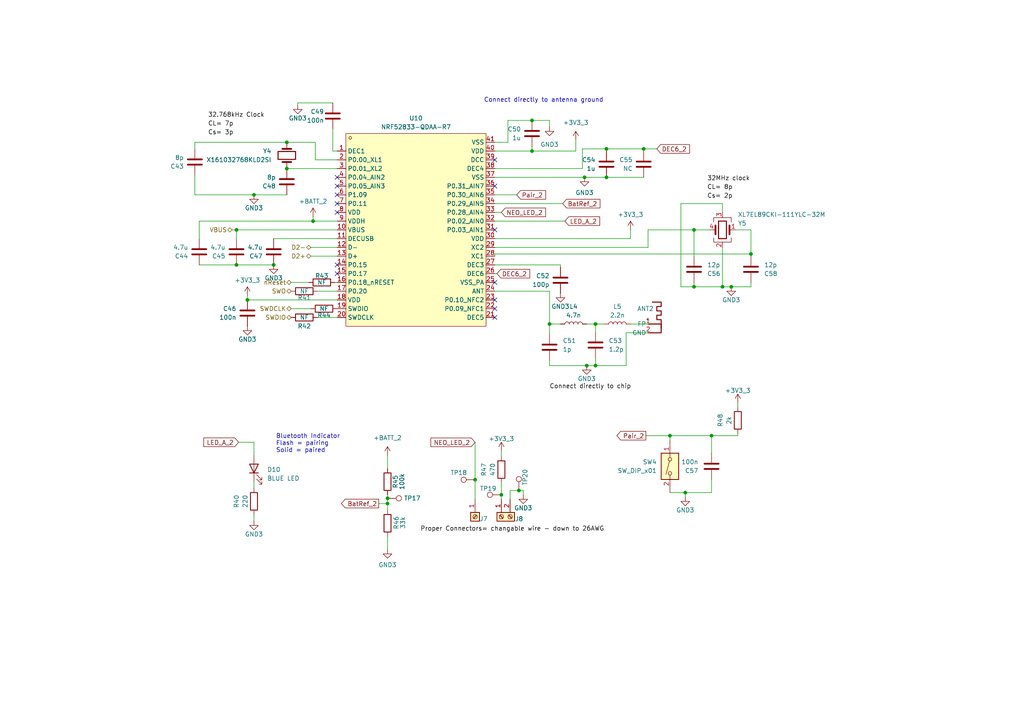
<source format=kicad_sch>
(kicad_sch (version 20231120) (generator "eeschema") (generator_version "8.0")
  (paper "A4")
  (title_block (title "BLEarrings V1") (date "2024-12-27") (rev "00.00") (company "DK"))
  (lib_symbols
    (symbol "Connector:Screw_Terminal_01x01" (pin_names (offset 1.016) hide)
      (property "Reference" "J" (at 0 2.54 0))
      (property "Value" "Screw_Terminal_01x01" (at 0 -2.54 0))
      (symbol "Screw_Terminal_01x01_1_1"
        (rectangle (start -1.27 1.27) (end 1.27 -1.27) (stroke (width 0.254)) (fill (type background)))
        (polyline (pts (xy -0.5334 0.3302) (xy 0.3302 -0.508)) (stroke (width 0.1524)))
        (polyline (pts (xy -0.3556 0.508) (xy 0.508 -0.3302)) (stroke (width 0.1524)))
        (circle (center 0 0) (radius 0.635) (stroke (width 0.1524)))
        (pin passive line (at -5.08 0 0) (length 3.81) (name "Pin_1") (number "1"))
      )
    )
    (symbol "Connector:Screw_Terminal_01x02" (pin_names (offset 1.016) hide)
      (property "Reference" "J" (at 0 2.54 0))
      (property "Value" "Screw_Terminal_01x02" (at 0 -5.08 0))
      (symbol "Screw_Terminal_01x02_1_1"
        (rectangle (start -1.27 1.27) (end 1.27 -3.81) (stroke (width 0.254)) (fill (type background)))
        (circle (center 0 -2.54) (radius 0.635) (stroke (width 0.1524)))
        (polyline (pts (xy -0.5334 -2.2098) (xy 0.3302 -3.048)) (stroke (width 0.1524)))
        (polyline (pts (xy -0.5334 0.3302) (xy 0.3302 -0.508)) (stroke (width 0.1524)))
        (polyline (pts (xy -0.3556 -2.032) (xy 0.508 -2.8702)) (stroke (width 0.1524)))
        (polyline (pts (xy -0.3556 0.508) (xy 0.508 -0.3302)) (stroke (width 0.1524)))
        (circle (center 0 0) (radius 0.635) (stroke (width 0.1524)))
        (pin passive line (at -5.08 0 0) (length 3.81) (name "Pin_1") (number "1"))
        (pin passive line (at -5.08 -2.54 0) (length 3.81) (name "Pin_2") (number "2"))
      )
    )
    (symbol "Connector:TestPoint" (pin_numbers hide) (pin_names (offset 0.762) hide)
      (property "Reference" "TP" (at 0 6.858 0))
      (property "Value" "TestPoint" (at 0 5.08 0))
      (symbol "TestPoint_0_1"
        (circle (center 0 3.302) (radius 0.762))
      )
      (symbol "TestPoint_1_1"
        (pin passive line (at 0 0 90) (length 2.54) (name "1") (number "1"))
      )
    )
    (symbol "CustomPWR:+3V3_3" (power) (pin_names (offset 0))
      (property "Value" "+3V3_3" (at 0 3.556 0))
      (symbol "+3V3_3_0_1"
        (polyline (pts (xy -0.762 1.27) (xy 0 2.54)))
        (polyline (pts (xy 0 0) (xy 0 2.54)))
        (polyline (pts (xy 0 2.54) (xy 0.762 1.27)))
      )
      (symbol "+3V3_3_1_1"
        (pin power_in line (at 0 0 90) (length 0) hide (name "+3V3_3") (number "1"))
      )
    )
    (symbol "CustomPWR:+BATT_2" (power) (pin_names (offset 0))
      (property "Value" "+BATT_2" (at 0 3.556 0))
      (symbol "+BATT_2_0_1"
        (polyline (pts (xy -0.762 1.27) (xy 0 2.54)))
        (polyline (pts (xy 0 0) (xy 0 2.54)))
        (polyline (pts (xy 0 2.54) (xy 0.762 1.27)))
      )
      (symbol "+BATT_2_1_1"
        (pin power_in line (at 0 0 90) (length 0) hide (name "+BATT_2") (number "1"))
      )
    )
    (symbol "CustomPads:2.4GHz,_50Ohm_Antenna"
      (property "Reference" "ANT" (at 0 2.286 0))
      (symbol "2.4GHz,_50Ohm_Antenna_1_1"
        (polyline (pts (xy 0 -3.81) (xy 3.81 -3.81) (xy 3.81 -1.27) (xy 0 -1.27)) (stroke (width 0.3)))
        (polyline (pts (xy 1.27 5.08) (xy 3.81 5.08) (xy 3.81 3.81) (xy 2.54 3.81) (xy 2.54 2.54) (xy 3.81 2.54) (xy 3.81 1.27) (xy 2.54 1.27) (xy 2.54 0) (xy 3.81 0) (xy 3.81 -2.54)) (stroke (width 0.3)))
        (pin input line (at 0 -1.27 180) (length 0) (name "FP") (number "1"))
        (pin input line (at 0 -3.81 180) (length 0) (name "GND") (number "2"))
      )
    )
    (symbol "Device:C" (pin_numbers hide) (pin_names (offset 0.254))
      (property "Reference" "C" (at 0.635 2.54 0))
      (property "Value" "C" (at 0.635 -2.54 0))
      (symbol "C_0_1"
        (polyline (pts (xy -2.032 -0.762) (xy 2.032 -0.762)) (stroke (width 0.508)))
        (polyline (pts (xy -2.032 0.762) (xy 2.032 0.762)) (stroke (width 0.508)))
      )
      (symbol "C_1_1"
        (pin passive line (at 0 3.81 270) (length 2.794) (name "~") (number "1"))
        (pin passive line (at 0 -3.81 90) (length 2.794) (name "~") (number "2"))
      )
    )
    (symbol "Device:Crystal" (pin_numbers hide) (pin_names (offset 1.016) hide)
      (property "Reference" "Y" (at 0 3.81 0))
      (property "Value" "Crystal" (at 0 -3.81 0))
      (symbol "Crystal_0_1"
        (rectangle (start -1.143 2.54) (end 1.143 -2.54) (stroke (width 0.3048)))
        (polyline (pts (xy -2.54 0) (xy -1.905 0)))
        (polyline (pts (xy -1.905 -1.27) (xy -1.905 1.27)) (stroke (width 0.508)))
        (polyline (pts (xy 1.905 -1.27) (xy 1.905 1.27)) (stroke (width 0.508)))
        (polyline (pts (xy 2.54 0) (xy 1.905 0)))
      )
      (symbol "Crystal_1_1"
        (pin passive line (at -3.81 0 0) (length 1.27) (name "1") (number "1"))
        (pin passive line (at 3.81 0 180) (length 1.27) (name "2") (number "2"))
      )
    )
    (symbol "Device:Crystal_GND23" (pin_names (offset 1.016) hide)
      (property "Reference" "Y" (at 3.175 5.08 0))
      (property "Value" "Crystal_GND23" (at 3.175 3.175 0))
      (symbol "Crystal_GND23_0_1"
        (rectangle (start -1.143 2.54) (end 1.143 -2.54) (stroke (width 0.3048)))
        (polyline (pts (xy -2.54 0) (xy -2.032 0)))
        (polyline (pts (xy -2.032 -1.27) (xy -2.032 1.27)) (stroke (width 0.508)))
        (polyline (pts (xy 0 -3.81) (xy 0 -3.556)))
        (polyline (pts (xy 0 3.556) (xy 0 3.81)))
        (polyline (pts (xy 2.032 -1.27) (xy 2.032 1.27)) (stroke (width 0.508)))
        (polyline (pts (xy 2.032 0) (xy 2.54 0)))
        (polyline (pts (xy -2.54 -2.286) (xy -2.54 -3.556) (xy 2.54 -3.556) (xy 2.54 -2.286)))
        (polyline (pts (xy -2.54 2.286) (xy -2.54 3.556) (xy 2.54 3.556) (xy 2.54 2.286)))
      )
      (symbol "Crystal_GND23_1_1"
        (pin passive line (at -3.81 0 0) (length 1.27) (name "1") (number "1"))
        (pin passive line (at 0 5.08 270) (length 1.27) (name "2") (number "2"))
        (pin passive line (at 0 -5.08 90) (length 1.27) (name "3") (number "3"))
        (pin passive line (at 3.81 0 180) (length 1.27) (name "4") (number "4"))
      )
    )
    (symbol "Device:L" (pin_numbers hide) (pin_names (offset 1.016) hide)
      (property "Reference" "L" (at -1.27 0 90))
      (property "Value" "L" (at 1.905 0 90))
      (symbol "L_0_1"
        (arc (start 0 -2.54) (mid 0.6323 -1.905) (end 0 -1.27))
        (arc (start 0 -1.27) (mid 0.6323 -0.635) (end 0 0))
        (arc (start 0 0) (mid 0.6323 0.635) (end 0 1.27))
        (arc (start 0 1.27) (mid 0.6323 1.905) (end 0 2.54))
      )
      (symbol "L_1_1"
        (pin passive line (at 0 3.81 270) (length 1.27) (name "1") (number "1"))
        (pin passive line (at 0 -3.81 90) (length 1.27) (name "2") (number "2"))
      )
    )
    (symbol "Device:LED" (pin_numbers hide) (pin_names (offset 1.016) hide)
      (property "Reference" "D" (at 0 2.54 0))
      (property "Value" "LED" (at 0 -2.54 0))
      (symbol "LED_0_1"
        (polyline (pts (xy -1.27 -1.27) (xy -1.27 1.27)) (stroke (width 0.254)))
        (polyline (pts (xy -1.27 0) (xy 1.27 0)))
        (polyline (pts (xy 1.27 -1.27) (xy 1.27 1.27) (xy -1.27 0) (xy 1.27 -1.27)) (stroke (width 0.254)))
        (polyline (pts (xy -3.048 -0.762) (xy -4.572 -2.286) (xy -3.81 -2.286) (xy -4.572 -2.286) (xy -4.572 -1.524)))
        (polyline (pts (xy -1.778 -0.762) (xy -3.302 -2.286) (xy -2.54 -2.286) (xy -3.302 -2.286) (xy -3.302 -1.524)))
      )
      (symbol "LED_1_1"
        (pin passive line (at -3.81 0 0) (length 2.54) (name "K") (number "1"))
        (pin passive line (at 3.81 0 180) (length 2.54) (name "A") (number "2"))
      )
    )
    (symbol "Device:R" (pin_numbers hide) (pin_names (offset 0))
      (property "Reference" "R" (at 2.032 0 90))
      (property "Value" "R" (at 0 0 90))
      (symbol "R_0_1"
        (rectangle (start -1.016 -2.54) (end 1.016 2.54) (stroke (width 0.254)))
      )
      (symbol "R_1_1"
        (pin passive line (at 0 3.81 270) (length 1.27) (name "~") (number "1"))
        (pin passive line (at 0 -3.81 90) (length 1.27) (name "~") (number "2"))
      )
    )
    (symbol "Switch:SW_DIP_x01" (pin_names (offset 0) hide)
      (property "Reference" "SW" (at 0 3.81 0))
      (property "Value" "SW_DIP_x01" (at 0 -3.81 0))
      (symbol "SW_DIP_x01_0_0"
        (circle (center -2.032 0) (radius 0.508))
        (polyline (pts (xy -1.524 0.127) (xy 2.3622 1.1684)))
        (circle (center 2.032 0) (radius 0.508))
      )
      (symbol "SW_DIP_x01_0_1"
        (rectangle (start -3.81 2.54) (end 3.81 -2.54) (stroke (width 0.254)) (fill (type background)))
      )
      (symbol "SW_DIP_x01_1_1"
        (pin passive line (at -7.62 0 0) (length 5.08) (name "~") (number "1"))
        (pin passive line (at 7.62 0 180) (length 5.08) (name "~") (number "2"))
      )
    )
    (symbol "easyeda2kicad:NRF52833-QDAA-R7"
      (property "Reference" "U" (at 0 30.48 0))
      (property "Value" "NRF52833-QDAA-R7" (at 0 -30.48 0))
      (symbol "NRF52833-QDAA-R7_0_1"
        (rectangle (start -20.32 27.94) (end 20.32 -27.94) (fill (type background)))
        (circle (center -19.05 26.67) (radius 0.38))
        (pin unspecified line (at -22.86 22.86 0) (length 2.54) (name "DEC1") (number "1"))
        (pin unspecified line (at -22.86 0 0) (length 2.54) (name "VBUS") (number "10"))
        (pin unspecified line (at -22.86 -2.54 0) (length 2.54) (name "DECUSB") (number "11"))
        (pin unspecified line (at -22.86 -5.08 0) (length 2.54) (name "D-") (number "12"))
        (pin unspecified line (at -22.86 -7.62 0) (length 2.54) (name "D+") (number "13"))
        (pin unspecified line (at -22.86 -10.16 0) (length 2.54) (name "P0.15") (number "14"))
        (pin unspecified line (at -22.86 -12.7 0) (length 2.54) (name "P0.17") (number "15"))
        (pin unspecified line (at -22.86 -15.24 0) (length 2.54) (name "P0.18_nRESET") (number "16"))
        (pin unspecified line (at -22.86 -17.78 0) (length 2.54) (name "P0.20") (number "17"))
        (pin unspecified line (at -22.86 -20.32 0) (length 2.54) (name "VDD") (number "18"))
        (pin unspecified line (at -22.86 -22.86 0) (length 2.54) (name "SWDIO") (number "19"))
        (pin unspecified line (at -22.86 20.32 0) (length 2.54) (name "P0.00_XL1") (number "2"))
        (pin unspecified line (at -22.86 -25.4 0) (length 2.54) (name "SWDCLK") (number "20"))
        (pin unspecified line (at 22.86 -25.4 180) (length 2.54) (name "DEC5") (number "21"))
        (pin unspecified line (at 22.86 -22.86 180) (length 2.54) (name "P0.09_NFC1") (number "22"))
        (pin unspecified line (at 22.86 -20.32 180) (length 2.54) (name "P0.10_NFC2") (number "23"))
        (pin unspecified line (at 22.86 -17.78 180) (length 2.54) (name "ANT") (number "24"))
        (pin unspecified line (at 22.86 -15.24 180) (length 2.54) (name "VSS_PA") (number "25"))
        (pin unspecified line (at 22.86 -12.7 180) (length 2.54) (name "DEC6") (number "26"))
        (pin unspecified line (at 22.86 -10.16 180) (length 2.54) (name "DEC3") (number "27"))
        (pin unspecified line (at 22.86 -7.62 180) (length 2.54) (name "XC1") (number "28"))
        (pin unspecified line (at 22.86 -5.08 180) (length 2.54) (name "XC2") (number "29"))
        (pin unspecified line (at -22.86 17.78 0) (length 2.54) (name "P0.01_XL2") (number "3"))
        (pin unspecified line (at 22.86 -2.54 180) (length 2.54) (name "VDD") (number "30"))
        (pin unspecified line (at 22.86 0 180) (length 2.54) (name "P0.03_AIN1") (number "31"))
        (pin unspecified line (at 22.86 2.54 180) (length 2.54) (name "P0.02_AIN0") (number "32"))
        (pin unspecified line (at 22.86 5.08 180) (length 2.54) (name "P0.28_AIN4") (number "33"))
        (pin unspecified line (at 22.86 7.62 180) (length 2.54) (name "P0.29_AIN5") (number "34"))
        (pin unspecified line (at 22.86 10.16 180) (length 2.54) (name "P0.30_AIN6") (number "35"))
        (pin unspecified line (at 22.86 12.7 180) (length 2.54) (name "P0.31_AIN7") (number "36"))
        (pin unspecified line (at 22.86 15.24 180) (length 2.54) (name "VSS") (number "37"))
        (pin unspecified line (at 22.86 17.78 180) (length 2.54) (name "DEC4") (number "38"))
        (pin unspecified line (at 22.86 20.32 180) (length 2.54) (name "DCC") (number "39"))
        (pin unspecified line (at -22.86 15.24 0) (length 2.54) (name "P0.04_AIN2") (number "4"))
        (pin unspecified line (at 22.86 22.86 180) (length 2.54) (name "VDD") (number "40"))
        (pin unspecified line (at 22.86 25.4 180) (length 2.54) (name "VSS") (number "41"))
        (pin unspecified line (at -22.86 12.7 0) (length 2.54) (name "P0.05_AIN3") (number "5"))
        (pin unspecified line (at -22.86 10.16 0) (length 2.54) (name "P1.09") (number "6"))
        (pin unspecified line (at -22.86 7.62 0) (length 2.54) (name "P0.11") (number "7"))
        (pin unspecified line (at -22.86 5.08 0) (length 2.54) (name "VDD") (number "8"))
        (pin unspecified line (at -22.86 2.54 0) (length 2.54) (name "VDDH") (number "9"))
      )
    )
    (symbol "power:GND3" (power) (pin_names (offset 0))
      (property "Value" "GND3" (at 0 -3.81 0))
      (symbol "GND3_0_1"
        (polyline (pts (xy 0 0) (xy 0 -1.27) (xy 1.27 -1.27) (xy 0 -2.54) (xy -1.27 -1.27) (xy 0 -1.27)))
      )
      (symbol "GND3_1_1"
        (pin power_in line (at 0 0 270) (length 0) hide (name "GND3") (number "1"))
      )
    )
  )
  (junction (at 83.185 41.275))
  (junction (at 186.69 43.18))
  (junction (at 172.72 93.98))
  (junction (at 73.66 56.515))
  (junction (at 172.72 106.045))
  (junction (at 212.09 83.185))
  (junction (at 154.305 34.925))
  (junction (at 217.805 73.66))
  (junction (at 71.755 86.995))
  (junction (at 68.58 76.835))
  (junction (at 112.395 144.526))
  (junction (at 150.495 142.2654))
  (junction (at 175.895 51.435))
  (junction (at 206.375 126.365))
  (junction (at 209.55 83.185))
  (junction (at 175.895 43.18))
  (junction (at 90.805 64.135))
  (junction (at 194.31 126.365))
  (junction (at 198.755 142.875))
  (junction (at 137.795 139.1412))
  (junction (at 112.395 146.05))
  (junction (at 154.305 43.815))
  (junction (at 159.385 93.98))
  (junction (at 169.545 51.435))
  (junction (at 170.18 106.045))
  (junction (at 201.295 66.675))
  (junction (at 145.415 143.51))
  (junction (at 79.375 76.835))
  (junction (at 83.185 48.895))
  (junction (at 68.58 66.675))
  (junction (at 201.295 83.185))
  (no_connect (at 97.79 53.975))
  (no_connect (at 97.79 76.835))
  (no_connect (at 143.51 89.535))
  (no_connect (at 97.79 61.595))
  (no_connect (at 97.79 59.055))
  (no_connect (at 143.51 86.995))
  (no_connect (at 143.51 66.675))
  (no_connect (at 143.51 53.975))
  (no_connect (at 97.79 79.375))
  (no_connect (at 97.79 56.515))
  (no_connect (at 143.51 92.075))
  (no_connect (at 97.79 51.435))
  (no_connect (at 143.51 46.355))
  (no_connect (at 143.51 81.915))
  (wire (pts (xy 213.36 66.675) (xy 217.805 66.675)))
  (wire (pts (xy 84.455 81.915) (xy 89.535 81.915)))
  (wire (pts (xy 90.17 74.295) (xy 97.79 74.295)))
  (wire (pts (xy 201.295 66.675) (xy 201.295 74.295)))
  (wire (pts (xy 172.72 93.98) (xy 175.26 93.98)))
  (wire (pts (xy 217.805 73.66) (xy 217.805 66.675)))
  (wire (pts (xy 154.305 43.815) (xy 154.305 42.545)))
  (wire (pts (xy 92.075 84.455) (xy 97.79 84.455)))
  (wire (pts (xy 143.51 79.375) (xy 144.145 79.375)))
  (wire (pts (xy 175.895 43.18) (xy 186.69 43.18)))
  (wire (pts (xy 145.415 61.595) (xy 143.51 61.595)))
  (wire (pts (xy 56.515 41.275) (xy 56.515 43.18)))
  (wire (pts (xy 182.88 66.675) (xy 182.88 69.215)))
  (wire (pts (xy 84.455 89.535) (xy 90.17 89.535)))
  (wire (pts (xy 154.305 34.925) (xy 147.32 34.925)))
  (wire (pts (xy 159.385 106.045) (xy 170.18 106.045)))
  (wire (pts (xy 96.52 43.815) (xy 97.79 43.815)))
  (wire (pts (xy 213.995 125.73) (xy 213.995 126.365)))
  (wire (pts (xy 182.88 93.98) (xy 187.96 93.98)))
  (wire (pts (xy 91.44 41.275) (xy 83.185 41.275)))
  (wire (pts (xy 97.79 66.675) (xy 68.58 66.675)))
  (wire (pts (xy 186.69 43.18) (xy 190.5 43.18)))
  (wire (pts (xy 91.44 41.275) (xy 91.44 46.355)))
  (wire (pts (xy 162.56 76.835) (xy 162.56 77.47)))
  (wire (pts (xy 57.785 64.135) (xy 90.805 64.135)))
  (wire (pts (xy 206.375 142.875) (xy 198.755 142.875)))
  (wire (pts (xy 112.395 144.526) (xy 112.395 146.05)))
  (wire (pts (xy 79.375 69.215) (xy 97.79 69.215)))
  (wire (pts (xy 187.325 126.365) (xy 194.31 126.365)))
  (wire (pts (xy 162.56 76.835) (xy 143.51 76.835)))
  (wire (pts (xy 71.755 86.995) (xy 71.755 85.725)))
  (wire (pts (xy 206.375 139.065) (xy 206.375 142.875)))
  (wire (pts (xy 112.395 143.51) (xy 112.395 144.526)))
  (wire (pts (xy 159.385 34.925) (xy 154.305 34.925)))
  (wire (pts (xy 145.415 130.81) (xy 145.415 132.3848)))
  (wire (pts (xy 57.785 69.215) (xy 57.785 64.135)))
  (wire (pts (xy 217.805 83.185) (xy 217.805 81.915)))
  (wire (pts (xy 167.005 40.64) (xy 167.005 43.815)))
  (wire (pts (xy 197.485 83.185) (xy 201.295 83.185)))
  (wire (pts (xy 212.09 83.185) (xy 217.805 83.185)))
  (wire (pts (xy 56.515 41.275) (xy 83.185 41.275)))
  (wire (pts (xy 90.805 62.865) (xy 90.805 64.135)))
  (wire (pts (xy 212.09 83.185) (xy 209.55 83.185)))
  (wire (pts (xy 137.795 139.1412) (xy 137.795 144.8054)))
  (wire (pts (xy 73.66 139.7) (xy 73.66 141.605)))
  (wire (pts (xy 198.755 142.875) (xy 198.755 144.145)))
  (wire (pts (xy 159.385 36.83) (xy 159.385 34.925)))
  (wire (pts (xy 167.005 43.815) (xy 154.305 43.815)))
  (wire (pts (xy 213.995 116.84) (xy 213.995 118.11)))
  (wire (pts (xy 112.395 132.08) (xy 112.395 135.89)))
  (wire (pts (xy 83.185 56.515) (xy 73.66 56.515)))
  (wire (pts (xy 197.485 59.055) (xy 197.485 83.185)))
  (wire (pts (xy 181.61 96.52) (xy 187.96 96.52)))
  (wire (pts (xy 57.785 76.835) (xy 68.58 76.835)))
  (wire (pts (xy 109.855 146.05) (xy 112.395 146.05)))
  (wire (pts (xy 159.385 84.455) (xy 159.385 93.98)))
  (wire (pts (xy 209.55 59.055) (xy 197.485 59.055)))
  (wire (pts (xy 143.51 56.515) (xy 149.86 56.515)))
  (wire (pts (xy 143.51 51.435) (xy 169.545 51.435)))
  (wire (pts (xy 69.215 128.27) (xy 73.66 128.27)))
  (wire (pts (xy 175.895 43.815) (xy 175.895 43.18)))
  (wire (pts (xy 187.96 66.675) (xy 187.96 71.755)))
  (wire (pts (xy 169.545 51.435) (xy 175.895 51.435)))
  (wire (pts (xy 198.755 142.875) (xy 194.31 142.875)))
  (wire (pts (xy 145.415 143.51) (xy 145.415 144.8054)))
  (wire (pts (xy 90.805 64.135) (xy 97.79 64.135)))
  (wire (pts (xy 209.55 71.755) (xy 209.55 83.185)))
  (wire (pts (xy 159.385 93.98) (xy 162.56 93.98)))
  (wire (pts (xy 159.385 93.98) (xy 159.385 96.901)))
  (wire (pts (xy 83.185 48.895) (xy 97.79 48.895)))
  (wire (pts (xy 86.36 29.845) (xy 96.52 29.845)))
  (wire (pts (xy 186.69 43.18) (xy 186.69 43.815)))
  (wire (pts (xy 67.31 66.675) (xy 68.58 66.675)))
  (wire (pts (xy 170.18 106.045) (xy 172.72 106.045)))
  (wire (pts (xy 187.96 71.755) (xy 143.51 71.755)))
  (wire (pts (xy 187.96 66.675) (xy 201.295 66.675)))
  (wire (pts (xy 143.51 84.455) (xy 159.385 84.455)))
  (wire (pts (xy 175.895 51.435) (xy 186.69 51.435)))
  (wire (pts (xy 71.755 86.995) (xy 97.79 86.995)))
  (wire (pts (xy 217.805 73.66) (xy 217.805 74.295)))
  (wire (pts (xy 143.51 73.66) (xy 217.805 73.66)))
  (wire (pts (xy 206.375 126.365) (xy 213.995 126.365)))
  (wire (pts (xy 201.295 81.915) (xy 201.295 83.185)))
  (wire (pts (xy 91.44 46.355) (xy 97.79 46.355)))
  (wire (pts (xy 143.51 48.895) (xy 168.91 48.895)))
  (wire (pts (xy 168.91 43.18) (xy 168.91 48.895)))
  (wire (pts (xy 68.58 66.675) (xy 68.58 69.215)))
  (wire (pts (xy 143.51 43.815) (xy 154.305 43.815)))
  (wire (pts (xy 145.415 140.0048) (xy 145.415 143.51)))
  (wire (pts (xy 73.66 149.225) (xy 73.66 151.13)))
  (wire (pts (xy 56.515 56.515) (xy 56.515 50.8)))
  (wire (pts (xy 172.72 93.98) (xy 172.72 96.266)))
  (wire (pts (xy 143.51 59.055) (xy 163.195 59.055)))
  (wire (pts (xy 147.32 34.925) (xy 147.32 41.275)))
  (wire (pts (xy 194.31 127.635) (xy 194.31 126.365)))
  (wire (pts (xy 150.495 142.2654) (xy 151.765 142.2654)))
  (wire (pts (xy 68.58 76.835) (xy 79.375 76.835)))
  (wire (pts (xy 147.955 144.8054) (xy 147.955 142.2654)))
  (wire (pts (xy 96.52 43.815) (xy 96.52 37.465)))
  (wire (pts (xy 97.155 81.915) (xy 97.79 81.915)))
  (wire (pts (xy 112.395 155.575) (xy 112.395 159.385)))
  (wire (pts (xy 147.955 142.2654) (xy 150.495 142.2654)))
  (wire (pts (xy 172.72 103.886) (xy 172.72 106.045)))
  (wire (pts (xy 137.795 128.2954) (xy 137.795 139.1412)))
  (wire (pts (xy 206.375 131.445) (xy 206.375 126.365)))
  (wire (pts (xy 73.66 128.27) (xy 73.66 132.08)))
  (wire (pts (xy 201.295 83.185) (xy 209.55 83.185)))
  (wire (pts (xy 201.295 66.675) (xy 205.74 66.675)))
  (wire (pts (xy 181.61 106.045) (xy 172.72 106.045)))
  (wire (pts (xy 209.55 61.595) (xy 209.55 59.055)))
  (wire (pts (xy 170.18 93.98) (xy 172.72 93.98)))
  (wire (pts (xy 90.17 71.755) (xy 97.79 71.755)))
  (wire (pts (xy 159.385 104.521) (xy 159.385 106.045)))
  (wire (pts (xy 143.51 73.66) (xy 143.51 74.295)))
  (wire (pts (xy 151.765 142.2654) (xy 151.765 143.5354)))
  (wire (pts (xy 92.075 92.075) (xy 97.79 92.075)))
  (wire (pts (xy 163.83 64.135) (xy 143.51 64.135)))
  (wire (pts (xy 175.895 43.18) (xy 168.91 43.18)))
  (wire (pts (xy 194.31 126.365) (xy 206.375 126.365)))
  (wire (pts (xy 143.51 69.215) (xy 182.88 69.215)))
  (wire (pts (xy 112.395 146.05) (xy 112.395 147.955)))
  (wire (pts (xy 86.36 30.48) (xy 86.36 29.845)))
  (wire (pts (xy 73.66 56.515) (xy 56.515 56.515)))
  (wire (pts (xy 181.61 96.52) (xy 181.61 106.045)))
  (wire (pts (xy 147.32 41.275) (xy 143.51 41.275)))
  (text "Connect directly to antenna ground" (at 140.335 29.845 0) (effects (font (size 1.27 1.27)) (justify left bottom)))
  (text "Bluetooth Indicator\nFlash = pairing\nSolid = paired" (at 80.01 131.445 0) (effects (font (size 1.27 1.27)) (justify left bottom)))
  (label "32MHz clock" (at 205.105 52.705 0))
  (label "Connect directly to chip" (at 159.385 113.03 0))
  (label "Cs= 3p" (at 60.325 39.37 0))
  (label "Cs= 2p" (at 205.105 57.785 0))
  (label "32.768kHz Clock" (at 60.325 34.29 0))
  (label "CL= 8p" (at 205.105 55.245 0))
  (label "CL= 7p" (at 60.325 36.83 0))
  (label "Proper Connectors= changable wire - down to 26AWG" (at 121.92 154.3304 0))
  (global_label "NEO_LED_2" (shape input) (at 137.795 128.2954 180) (property "Intersheetrefs" "${INTERSHEET_REFS}" (effects (hide yes))))
  (global_label "BatRef_2" (shape output) (at 109.855 146.05 180) (property "Intersheetrefs" "${INTERSHEET_REFS}" (effects (hide yes))))
  (global_label "NEO_LED_2" (shape input) (at 145.415 61.595 0) (property "Intersheetrefs" "${INTERSHEET_REFS}" (effects (hide yes))))
  (global_label "LED_A_2" (shape input) (at 69.215 128.27 180) (property "Intersheetrefs" "${INTERSHEET_REFS}" (effects (hide yes))))
  (global_label "DEC6_2" (shape input) (at 144.145 79.375 0) (property "Intersheetrefs" "${INTERSHEET_REFS}" (effects (hide yes))))
  (global_label "DEC6_2" (shape input) (at 190.5 43.18 0) (property "Intersheetrefs" "${INTERSHEET_REFS}" (effects (hide yes))))
  (global_label "LED_A_2" (shape input) (at 163.83 64.135 0) (property "Intersheetrefs" "${INTERSHEET_REFS}" (effects (hide yes))))
  (global_label "Pair_2" (shape input) (at 149.86 56.515 0) (property "Intersheetrefs" "${INTERSHEET_REFS}" (effects (hide yes))))
  (global_label "Pair_2" (shape output) (at 187.325 126.365 180) (property "Intersheetrefs" "${INTERSHEET_REFS}" (effects (hide yes))))
  (global_label "BatRef_2" (shape input) (at 163.195 59.055 0) (property "Intersheetrefs" "${INTERSHEET_REFS}" (effects (hide yes))))
  (hierarchical_label "SWDCLK" (shape bidirectional) (at 84.455 89.535 180))
  (hierarchical_label "SWDIO" (shape bidirectional) (at 84.455 92.075 180))
  (hierarchical_label "D2+" (shape bidirectional) (at 90.17 74.295 180))
  (hierarchical_label "VBUS" (shape bidirectional) (at 67.31 66.675 180))
  (hierarchical_label "nReset" (shape bidirectional) (at 84.455 81.915 180))
  (hierarchical_label "SWO" (shape bidirectional) (at 84.455 84.455 180))
  (hierarchical_label "D2-" (shape bidirectional) (at 90.17 71.755 180))
  (symbol (lib_id "Switch:SW_DIP_x01") (at 194.31 135.255 90) (mirror x) (unit 1)
    (property "Reference" "SW4" (at 190.5 133.985 90) (effects (justify left)))
    (property "Value" "SW_DIP_x01" (at 190.5 136.525 90) (effects (justify left)))
    (property "Footprint" "easyeda2kicad:KEY-SMD_L3.0-W2.5-LS4.0" (effects (hide yes)))
    (property "LCSC Part" "C2905194" (effects (hide yes)))
    (instances (project "Combine" (path "" (reference "SW4") (unit 1))) (project "BLEEarrings" (path "" (reference "SW2") (unit 1))))
  )
  (symbol (lib_id "Device:C") (at 79.375 73.025 180) (unit 1)
    (property "Reference" "C47" (at 76.2 74.295 0) (effects (justify left)))
    (property "Value" "4.7u" (at 76.2 71.755 0) (effects (justify left)))
    (property "Footprint" "Capacitor_SMD:C_0402_1005Metric_Pad0.74x0.62mm_HandSolder" (effects (hide yes)))
    (property "LCSC Part" "C307423" (effects (hide yes)))
    (instances (project "Combine" (path "" (reference "C47") (unit 1))) (project "BLEEarrings" (path "" (reference "C9") (unit 1))))
  )
  (symbol (lib_id "CustomPWR:+BATT_2") (at 112.395 132.08 0) (unit 1)
    (property "Reference" "#PWR0148" (effects (hide yes)))
    (property "Value" "+BATT_2" (at 112.395 127 0))
    (instances (project "Combine" (path "" (reference "#PWR0148") (unit 1))) (project "BLEEarrings" (path "" (reference "#PWR026") (unit 1))))
  )
  (symbol (lib_id "Device:R") (at 88.265 84.455 270) (unit 1)
    (property "Reference" "R41" (at 88.265 86.36 90))
    (property "Value" "NF" (at 88.265 84.455 90))
    (property "Footprint" "Resistor_SMD:R_0201_0603Metric" (effects (hide yes)))
    (property "LCSC Part" "N/A" (effects (hide yes)))
    (instances (project "Combine" (path "" (reference "R41") (unit 1))) (project "BLEEarrings" (path "" (reference "R6") (unit 1))))
  )
  (symbol (lib_id "power:GND3") (at 71.755 94.615 0) (unit 1)
    (property "Reference" "#PWR0146" (effects (hide yes)))
    (property "Value" "GND3" (at 71.755 98.425 0))
    (instances (project "Combine" (path "" (reference "#PWR0146") (unit 1))) (project "BLEEarrings" (path "" (reference "#PWR?") (unit 1))))
  )
  (symbol (lib_id "Device:C") (at 57.785 73.025 180) (unit 1)
    (property "Reference" "C44" (at 54.61 74.295 0) (effects (justify left)))
    (property "Value" "4.7u" (at 54.61 71.755 0) (effects (justify left)))
    (property "Footprint" "Capacitor_SMD:C_0402_1005Metric_Pad0.74x0.62mm_HandSolder" (effects (hide yes)))
    (property "LCSC Part" "C307423" (effects (hide yes)))
    (instances (project "Combine" (path "" (reference "C44") (unit 1))) (project "BLEEarrings" (path "" (reference "C12") (unit 1))))
  )
  (symbol (lib_id "Device:R") (at 93.345 81.915 90) (unit 1)
    (property "Reference" "R43" (at 93.345 80.01 90))
    (property "Value" "NF" (at 93.345 81.915 90))
    (property "Footprint" "Resistor_SMD:R_0201_0603Metric" (effects (hide yes)))
    (property "LCSC Part" "N/A" (effects (hide yes)))
    (instances (project "Combine" (path "" (reference "R43") (unit 1))) (project "BLEEarrings" (path "" (reference "R5") (unit 1))))
  )
  (symbol (lib_id "power:GND3") (at 151.765 143.5354 0) (unit 1)
    (property "Reference" "#PWR0150" (effects (hide yes)))
    (property "Value" "GND3" (at 151.765 147.3454 0))
    (instances (project "Combine" (path "" (reference "#PWR0150") (unit 1))) (project "BLEEarrings" (path "" (reference "#PWR?") (unit 1))))
  )
  (symbol (lib_id "power:GND3") (at 112.395 159.385 0) (unit 1)
    (property "Reference" "#PWR0149" (effects (hide yes)))
    (property "Value" "GND3" (at 112.395 163.83 0))
    (instances (project "Combine" (path "" (reference "#PWR0149") (unit 1))) (project "BLEEarrings" (path "" (reference "#PWR?") (unit 1))))
  )
  (symbol (lib_id "CustomPWR:+3V3_3") (at 213.995 116.84 0) (unit 1)
    (property "Reference" "#PWR0147" (effects (hide yes)))
    (property "Value" "+3V3_3" (at 213.995 113.284 0))
    (instances (project "Combine" (path "" (reference "#PWR0147") (unit 1))) (project "BLEEarrings" (path "" (reference "#PWR014") (unit 1))))
  )
  (symbol (lib_id "Device:R") (at 145.415 136.1948 180) (unit 1)
    (property "Reference" "R47" (at 140.335 136.1948 90))
    (property "Value" "470" (at 142.875 136.1948 90))
    (property "Footprint" "Resistor_SMD:R_0402_1005Metric_Pad0.72x0.64mm_HandSolder" (effects (hide yes)))
    (property "LCSC Part" "C114949 " (effects (hide yes)))
    (instances (project "Combine" (path "" (reference "R47") (unit 1))) (project "BLEEarrings" (path "" (reference "R9") (unit 1))))
  )
  (symbol (lib_id "Device:C") (at 68.58 73.025 180) (unit 1)
    (property "Reference" "C45" (at 65.405 74.295 0) (effects (justify left)))
    (property "Value" "4.7u" (at 65.405 71.755 0) (effects (justify left)))
    (property "Footprint" "Capacitor_SMD:C_0402_1005Metric_Pad0.74x0.62mm_HandSolder" (effects (hide yes)))
    (property "LCSC Part" "C307423" (effects (hide yes)))
    (instances (project "Combine" (path "" (reference "C45") (unit 1))) (project "BLEEarrings" (path "" (reference "C10") (unit 1))))
  )
  (symbol (lib_id "Connector:Screw_Terminal_01x02") (at 145.415 149.8854 90) (mirror x) (unit 1)
    (property "Reference" "J8" (at 151.765 150.495 90) (effects (justify left)))
    (property "Value" "Screw_Terminal_01x02" (effects (hide yes)))
    (property "Footprint" "easyeda2kicad:CONN-SMD_2059-302" (effects (hide yes)))
    (property "LCSC Part" "C2765060" (effects (hide yes)))
    (instances (project "Combine" (path "" (reference "J8") (unit 1))) (project "BLEEarrings" (path "" (reference "J2") (unit 1))))
  )
  (symbol (lib_id "power:GND3") (at 170.18 106.045 0) (unit 1)
    (property "Reference" "#PWR0139" (effects (hide yes)))
    (property "Value" "GND3" (at 170.18 109.855 0))
    (instances (project "Combine" (path "" (reference "#PWR0139") (unit 1))) (project "BLEEarrings" (path "" (reference "#PWR?") (unit 1))))
  )
  (symbol (lib_id "Device:C") (at 71.755 90.805 0) (unit 1)
    (property "Reference" "C46" (at 68.58 89.535 0) (effects (justify right)))
    (property "Value" "100n" (at 68.58 92.075 0) (effects (justify right)))
    (property "Footprint" "Capacitor_SMD:C_0402_1005Metric_Pad0.74x0.62mm_HandSolder" (effects (hide yes)))
    (property "LCSC Part" "C60474" (effects (hide yes)))
    (instances (project "Combine" (path "" (reference "C46") (unit 1))) (project "BLEEarrings" (path "" (reference "C6") (unit 1))))
  )
  (symbol (lib_id "power:GND3") (at 79.375 76.835 0) (unit 1)
    (property "Reference" "#PWR0133" (effects (hide yes)))
    (property "Value" "GND3" (at 79.375 80.645 0))
    (instances (project "Combine" (path "" (reference "#PWR0133") (unit 1))) (project "BLEEarrings" (path "" (reference "#PWR?") (unit 1))))
  )
  (symbol (lib_id "power:GND3") (at 198.755 144.145 0) (unit 1)
    (property "Reference" "#PWR0141" (effects (hide yes)))
    (property "Value" "GND3" (at 198.755 147.955 0))
    (instances (project "Combine" (path "" (reference "#PWR0141") (unit 1))) (project "BLEEarrings" (path "" (reference "#PWR?") (unit 1))))
  )
  (symbol (lib_id "Device:L") (at 179.07 93.98 90) (unit 1)
    (property "Reference" "L5" (at 179.07 88.9 90))
    (property "Value" "2.2n" (at 179.07 91.44 90))
    (property "Footprint" "Inductor_SMD:L_0402_1005Metric_Pad0.77x0.64mm_HandSolder" (effects (hide yes)))
    (property "LCSC Part" "C395061 " (effects (hide yes)))
    (instances (project "Combine" (path "" (reference "L5") (unit 1))) (project "BLEEarrings" (path "" (reference "L2") (unit 1))))
  )
  (symbol (lib_id "power:GND3") (at 169.545 51.435 0) (unit 1)
    (property "Reference" "#PWR0136" (effects (hide yes)))
    (property "Value" "GND3" (at 169.545 55.88 0))
    (instances (project "Combine" (path "" (reference "#PWR0136") (unit 1))) (project "BLEEarrings" (path "" (reference "#PWR?") (unit 1))))
  )
  (symbol (lib_id "power:GND3") (at 212.09 83.185 0) (mirror y) (unit 1)
    (property "Reference" "#PWR0142" (effects (hide yes)))
    (property "Value" "GND3" (at 212.09 86.995 0))
    (instances (project "Combine" (path "" (reference "#PWR0142") (unit 1))) (project "BLEEarrings" (path "" (reference "#PWR?") (unit 1))))
  )
  (symbol (lib_id "CustomPads:2.4GHz,_50Ohm_Antenna") (at 187.96 92.71 0) (unit 1)
    (property "Reference" "ANT2" (at 184.785 89.535 0) (effects (justify left)))
    (property "Value" "~" (at 187.96 92.71 0))
    (property "Footprint" "RF_Antenna:Texas_SWRA117D_2.4GHz_Left" (effects (hide yes)))
    (property "LCSC Part" "N/A" (effects (hide yes)))
    (instances (project "Combine" (path "" (reference "ANT2") (unit 1))) (project "BLEEarrings" (path "" (reference "ANT1") (unit 1))))
  )
  (symbol (lib_id "CustomPWR:+3V3_3") (at 71.755 85.725 0) (unit 1)
    (property "Reference" "#PWR0152" (effects (hide yes)))
    (property "Value" "+3V3_3" (at 71.755 81.28 0))
    (instances (project "Combine" (path "" (reference "#PWR0152") (unit 1))) (project "BLEEarrings" (path "" (reference "#PWR07") (unit 1))))
  )
  (symbol (lib_id "Device:C") (at 154.305 38.735 0) (unit 1)
    (property "Reference" "C50" (at 151.13 37.465 0) (effects (justify right)))
    (property "Value" "1u" (at 151.13 40.005 0) (effects (justify right)))
    (property "Footprint" "Capacitor_SMD:C_0402_1005Metric_Pad0.74x0.62mm_HandSolder" (effects (hide yes)))
    (property "LCSC Part" "C14445" (effects (hide yes)))
    (instances (project "Combine" (path "" (reference "C50") (unit 1))) (project "BLEEarrings" (path "" (reference "C1") (unit 1))))
  )
  (symbol (lib_id "Device:C") (at 162.56 81.28 0) (unit 1)
    (property "Reference" "C52" (at 159.385 80.01 0) (effects (justify right)))
    (property "Value" "100p" (at 159.385 82.55 0) (effects (justify right)))
    (property "Footprint" "Capacitor_SMD:C_0402_1005Metric_Pad0.74x0.62mm_HandSolder" (effects (hide yes)))
    (property "LCSC Part" "C5137573" (effects (hide yes)))
    (instances (project "Combine" (path "" (reference "C52") (unit 1))) (project "BLEEarrings" (path "" (reference "C11") (unit 1))))
  )
  (symbol (lib_id "easyeda2kicad:NRF52833-QDAA-R7") (at 120.65 66.675 0) (unit 1)
    (property "Reference" "U10" (at 120.65 34.29 0))
    (property "Value" "NRF52833-QDAA-R7" (at 120.65 36.83 0))
    (property "Footprint" "easyeda2kicad:QFN-40_L5.0-W5.0-P0.40-TL-EP3.6" (effects (hide yes)))
    (property "LCSC Part" "C3007767" (effects (hide yes)))
    (instances (project "Combine" (path "" (reference "U10") (unit 1))) (project "BLEEarrings" (path "" (reference "U3") (unit 1))))
  )
  (symbol (lib_id "Device:C") (at 201.295 78.105 0) (mirror x) (unit 1)
    (property "Reference" "C56" (at 205.105 79.375 0) (effects (justify left)))
    (property "Value" "12p" (at 205.105 76.835 0) (effects (justify left)))
    (property "Footprint" "Capacitor_SMD:C_0402_1005Metric_Pad0.74x0.62mm_HandSolder" (effects (hide yes)))
    (property "LCSC Part" "C696888 " (effects (hide yes)))
    (instances (project "Combine" (path "" (reference "C56") (unit 1))) (project "BLEEarrings" (path "" (reference "C4") (unit 1))))
  )
  (symbol (lib_id "Device:R") (at 112.395 139.7 180) (unit 1)
    (property "Reference" "R45" (at 114.681 139.7 90))
    (property "Value" "100k" (at 116.586 139.7 90))
    (property "Footprint" "Resistor_SMD:R_0402_1005Metric_Pad0.72x0.64mm_HandSolder" (effects (hide yes)))
    (property "LCSC Part" "C60491" (effects (hide yes)))
    (instances (project "Combine" (path "" (reference "R45") (unit 1))) (project "BLEEarrings" (path "" (reference "R13") (unit 1))))
  )
  (symbol (lib_id "Device:C") (at 186.69 47.625 0) (unit 1)
    (property "Reference" "C55" (at 183.515 46.355 0) (effects (justify right)))
    (property "Value" "NC" (at 183.515 48.895 0) (effects (justify right)))
    (property "Footprint" "Capacitor_SMD:C_0402_1005Metric_Pad0.74x0.62mm_HandSolder" (effects (hide yes)))
    (property "LCSC Part" "N/A" (effects (hide yes)))
    (instances (project "Combine" (path "" (reference "C55") (unit 1))) (project "BLEEarrings" (path "" (reference "C17") (unit 1))))
  )
  (symbol (lib_id "CustomPWR:+BATT_2") (at 90.805 62.865 0) (unit 1)
    (property "Reference" "#PWR0143" (effects (hide yes)))
    (property "Value" "+BATT_2" (at 90.805 58.42 0))
    (instances (project "Combine" (path "" (reference "#PWR0143") (unit 1))) (project "BLEEarrings" (path "" (reference "#PWR05") (unit 1))))
  )
  (symbol (lib_id "CustomPWR:+3V3_3") (at 167.005 40.64 0) (unit 1)
    (property "Reference" "#PWR0134" (effects (hide yes)))
    (property "Value" "+3V3_3" (at 167.005 35.56 0))
    (instances (project "Combine" (path "" (reference "#PWR0134") (unit 1))) (project "BLEEarrings" (path "" (reference "#PWR017") (unit 1))))
  )
  (symbol (lib_id "Device:C") (at 83.185 52.705 180) (unit 1)
    (property "Reference" "C48" (at 80.01 53.975 0) (effects (justify left)))
    (property "Value" "8p" (at 80.01 51.435 0) (effects (justify left)))
    (property "Footprint" "Capacitor_SMD:C_0402_1005Metric_Pad0.74x0.62mm_HandSolder" (effects (hide yes)))
    (property "LCSC Part" "C5448809" (effects (hide yes)))
    (instances (project "Combine" (path "" (reference "C48") (unit 1))) (project "BLEEarrings" (path "" (reference "C15") (unit 1))))
  )
  (symbol (lib_id "CustomPWR:+3V3_3") (at 182.88 66.675 0) (unit 1)
    (property "Reference" "#PWR0140" (effects (hide yes)))
    (property "Value" "+3V3_3" (at 182.88 62.23 0))
    (instances (project "Combine" (path "" (reference "#PWR0140") (unit 1))) (project "BLEEarrings" (path "" (reference "#PWR019") (unit 1))))
  )
  (symbol (lib_id "Device:C") (at 96.52 33.655 0) (unit 1)
    (property "Reference" "C49" (at 93.98 32.385 0) (effects (justify right)))
    (property "Value" "100n" (at 93.98 34.925 0) (effects (justify right)))
    (property "Footprint" "Capacitor_SMD:C_0402_1005Metric_Pad0.74x0.62mm_HandSolder" (effects (hide yes)))
    (property "LCSC Part" "C60474" (effects (hide yes)))
    (instances (project "Combine" (path "" (reference "C49") (unit 1))) (project "BLEEarrings" (path "" (reference "C2") (unit 1))))
  )
  (symbol (lib_id "Device:Crystal_GND23") (at 209.55 66.675 180) (unit 1)
    (property "Reference" "Y5" (at 215.265 64.77 0))
    (property "Value" "XL7EL89CKI-111YLC-32M" (at 226.695 62.23 0))
    (property "Footprint" "easyeda2kicad:CRYSTAL-SMD_4P-L2.0-W1.6-BL" (effects (hide yes)))
    (property "LCSC Part" "C2965582" (effects (hide yes)))
    (instances (project "Combine" (path "" (reference "Y5") (unit 1))) (project "BLEEarrings" (path "" (reference "Y1") (unit 1))))
  )
  (symbol (lib_id "Connector:TestPoint") (at 150.495 142.2654 0) (unit 1)
    (property "Reference" "TP20" (at 152.2984 138.43 90))
    (property "Value" "TestPoint" (effects (hide yes)))
    (property "Footprint" "TestPoint:TestPoint_Pad_D2.0mm" (effects (hide yes)))
    (property "LCSC Part" "N/A" (effects (hide yes)))
    (instances (project "Combine" (path "" (reference "TP20") (unit 1))) (project "BLEEarrings" (path "" (reference "TP16") (unit 1))))
  )
  (symbol (lib_id "Device:C") (at 175.895 47.625 0) (unit 1)
    (property "Reference" "C54" (at 172.72 46.355 0) (effects (justify right)))
    (property "Value" "1u" (at 172.72 48.895 0) (effects (justify right)))
    (property "Footprint" "Capacitor_SMD:C_0402_1005Metric_Pad0.74x0.62mm_HandSolder" (effects (hide yes)))
    (property "LCSC Part" "C14445" (effects (hide yes)))
    (instances (project "Combine" (path "" (reference "C54") (unit 1))) (project "BLEEarrings" (path "" (reference "C7") (unit 1))))
  )
  (symbol (lib_id "Connector:TestPoint") (at 145.415 143.51 90) (unit 1)
    (property "Reference" "TP19" (at 141.5796 141.7066 90))
    (property "Value" "TestPoint" (effects (hide yes)))
    (property "Footprint" "TestPoint:TestPoint_Pad_D1.0mm" (effects (hide yes)))
    (property "LCSC Part" "N/A" (effects (hide yes)))
    (instances (project "Combine" (path "" (reference "TP19") (unit 1))) (project "BLEEarrings" (path "" (reference "TP11") (unit 1))))
  )
  (symbol (lib_id "Device:C") (at 172.72 100.076 0) (unit 1)
    (property "Reference" "C53" (at 176.53 98.806 0) (effects (justify left)))
    (property "Value" "1.2p" (at 176.53 101.346 0) (effects (justify left)))
    (property "Footprint" "Capacitor_SMD:C_0402_1005Metric_Pad0.74x0.62mm_HandSolder" (effects (hide yes)))
    (property "LCSC Part" "C880658 " (effects (hide yes)))
    (instances (project "Combine" (path "" (reference "C53") (unit 1))) (project "BLEEarrings" (path "" (reference "C5") (unit 1))))
  )
  (symbol (lib_id "CustomPWR:+3V3_3") (at 145.415 130.81 0) (unit 1)
    (property "Reference" "#PWR0137" (effects (hide yes)))
    (property "Value" "+3V3_3" (at 145.415 127.254 0))
    (instances (project "Combine" (path "" (reference "#PWR0137") (unit 1))) (project "BLEEarrings" (path "" (reference "#PWR016") (unit 1))))
  )
  (symbol (lib_id "power:GND3") (at 73.66 151.13 0) (unit 1)
    (property "Reference" "#PWR0145" (effects (hide yes)))
    (property "Value" "GND3" (at 73.66 154.94 0))
    (instances (project "Combine" (path "" (reference "#PWR0145") (unit 1))) (project "BLEEarrings" (path "" (reference "#PWR?") (unit 1))))
  )
  (symbol (lib_id "Device:R") (at 88.265 92.075 270) (unit 1)
    (property "Reference" "R42" (at 88.265 94.615 90))
    (property "Value" "NF" (at 88.265 92.075 90))
    (property "Footprint" "Resistor_SMD:R_0201_0603Metric" (effects (hide yes)))
    (property "LCSC Part" "N/A" (effects (hide yes)))
    (instances (project "Combine" (path "" (reference "R42") (unit 1))) (project "BLEEarrings" (path "" (reference "R7") (unit 1))))
  )
  (symbol (lib_id "Device:C") (at 217.805 78.105 0) (mirror x) (unit 1)
    (property "Reference" "C58" (at 221.615 79.375 0) (effects (justify left)))
    (property "Value" "12p" (at 221.615 76.835 0) (effects (justify left)))
    (property "Footprint" "Capacitor_SMD:C_0402_1005Metric_Pad0.74x0.62mm_HandSolder" (effects (hide yes)))
    (property "LCSC Part" "C696888 " (effects (hide yes)))
    (instances (project "Combine" (path "" (reference "C58") (unit 1))) (project "BLEEarrings" (path "" (reference "C3") (unit 1))))
  )
  (symbol (lib_id "power:GND3") (at 162.56 85.09 0) (mirror y) (unit 1)
    (property "Reference" "#PWR0151" (effects (hide yes)))
    (property "Value" "GND3" (at 162.56 88.9 0))
    (instances (project "Combine" (path "" (reference "#PWR0151") (unit 1))) (project "BLEEarrings" (path "" (reference "#PWR?") (unit 1))))
  )
  (symbol (lib_id "Device:C") (at 56.515 46.99 180) (unit 1)
    (property "Reference" "C43" (at 53.34 48.26 0) (effects (justify left)))
    (property "Value" "8p" (at 53.34 45.72 0) (effects (justify left)))
    (property "Footprint" "Capacitor_SMD:C_0402_1005Metric_Pad0.74x0.62mm_HandSolder" (effects (hide yes)))
    (property "LCSC Part" "C5448809" (effects (hide yes)))
    (instances (project "Combine" (path "" (reference "C43") (unit 1))) (project "BLEEarrings" (path "" (reference "C16") (unit 1))))
  )
  (symbol (lib_id "Connector:Screw_Terminal_01x01") (at 137.795 149.8854 270) (unit 1)
    (property "Reference" "J7" (at 139.065 150.495 90) (effects (justify left)))
    (property "Value" "Screw_Terminal_01x01" (effects (hide yes)))
    (property "Footprint" "easyeda2kicad:CONN-SMD_custom1" (effects (hide yes)))
    (property "LCSC Part" "C2765059" (effects (hide yes)))
    (instances (project "Combine" (path "" (reference "J7") (unit 1))) (project "BLEEarrings" (path "" (reference "J1") (unit 1))))
  )
  (symbol (lib_id "Device:Crystal") (at 83.185 45.085 270) (mirror x) (unit 1)
    (property "Reference" "Y4" (at 78.74 43.815 90) (effects (justify right)))
    (property "Value" "X161032768KLD2SI" (at 78.74 46.355 90) (effects (justify right)))
    (property "Footprint" "easyeda2kicad:CRYSTAL-SMD_L1.6-W1.0" (effects (hide yes)))
    (property "LCSC Part" "C383846" (effects (hide yes)))
    (instances (project "Combine" (path "" (reference "Y4") (unit 1))) (project "BLEEarrings" (path "" (reference "Y2") (unit 1))))
  )
  (symbol (lib_id "Device:R") (at 73.66 145.415 180) (unit 1)
    (property "Reference" "R40" (at 68.58 145.415 90))
    (property "Value" "220" (at 71.12 145.415 90))
    (property "Footprint" "Resistor_SMD:R_0402_1005Metric_Pad0.72x0.64mm_HandSolder" (effects (hide yes)))
    (property "LCSC Part" "C112291" (effects (hide yes)))
    (instances (project "Combine" (path "" (reference "R40") (unit 1))) (project "BLEEarrings" (path "" (reference "R12") (unit 1))))
  )
  (symbol (lib_id "Device:L") (at 166.37 93.98 90) (unit 1)
    (property "Reference" "L4" (at 166.37 88.9 90))
    (property "Value" "4.7n" (at 166.37 91.44 90))
    (property "Footprint" "Inductor_SMD:L_0402_1005Metric_Pad0.77x0.64mm_HandSolder" (effects (hide yes)))
    (property "LCSC Part" "C13595" (effects (hide yes)))
    (instances (project "Combine" (path "" (reference "L4") (unit 1))) (project "BLEEarrings" (path "" (reference "L1") (unit 1))))
  )
  (symbol (lib_id "power:GND3") (at 73.66 56.515 0) (unit 1)
    (property "Reference" "#PWR0135" (effects (hide yes)))
    (property "Value" "GND3" (at 73.66 60.325 0))
    (instances (project "Combine" (path "" (reference "#PWR0135") (unit 1))) (project "BLEEarrings" (path "" (reference "#PWR?") (unit 1))))
  )
  (symbol (lib_id "Connector:TestPoint") (at 112.395 144.526 270) (unit 1)
    (property "Reference" "TP17" (at 117.1448 144.5006 90) (effects (justify left)))
    (property "Value" "TestPoint" (effects (hide yes)))
    (property "Footprint" "TestPoint:TestPoint_Pad_D1.0mm" (effects (hide yes)))
    (property "LCSC Part" "N/A" (effects (hide yes)))
    (instances (project "Combine" (path "" (reference "TP17") (unit 1))) (project "BLEEarrings" (path "" (reference "TP9") (unit 1))))
  )
  (symbol (lib_id "Device:LED") (at 73.66 135.89 90) (unit 1)
    (property "Reference" "D10" (at 77.47 136.2075 90) (effects (justify right)))
    (property "Value" "BLUE LED" (at 77.47 138.7475 90) (effects (justify right)))
    (property "Footprint" "LED_SMD:LED_0603_1608Metric_Pad1.05x0.95mm_HandSolder" (effects (hide yes)))
    (property "LCSC Part" "C7371904" (effects (hide yes)))
    (instances (project "Combine" (path "" (reference "D10") (unit 1))) (project "BLEEarrings" (path "" (reference "D4") (unit 1))))
  )
  (symbol (lib_id "Device:R") (at 93.98 89.535 90) (unit 1)
    (property "Reference" "R44" (at 93.98 91.44 90))
    (property "Value" "NF" (at 93.98 89.535 90))
    (property "Footprint" "Resistor_SMD:R_0201_0603Metric" (effects (hide yes)))
    (property "LCSC Part" "N/A" (effects (hide yes)))
    (instances (project "Combine" (path "" (reference "R44") (unit 1))) (project "BLEEarrings" (path "" (reference "R8") (unit 1))))
  )
  (symbol (lib_id "Device:C") (at 159.385 100.711 0) (unit 1)
    (property "Reference" "C51" (at 163.195 98.806 0) (effects (justify left)))
    (property "Value" "1p" (at 163.195 101.346 0) (effects (justify left)))
    (property "Footprint" "Capacitor_SMD:C_0402_1005Metric_Pad0.74x0.62mm_HandSolder" (effects (hide yes)))
    (property "LCSC Part" "C880647 " (effects (hide yes)))
    (instances (project "Combine" (path "" (reference "C51") (unit 1))) (project "BLEEarrings" (path "" (reference "C8") (unit 1))))
  )
  (symbol (lib_id "Connector:TestPoint") (at 137.795 139.1412 90) (unit 1)
    (property "Reference" "TP18" (at 133.0452 137.1092 90))
    (property "Value" "TestPoint" (effects (hide yes)))
    (property "Footprint" "TestPoint:TestPoint_Pad_D1.0mm" (effects (hide yes)))
    (property "LCSC Part" "N/A" (effects (hide yes)))
    (instances (project "Combine" (path "" (reference "TP18") (unit 1))) (project "BLEEarrings" (path "" (reference "TP10") (unit 1))))
  )
  (symbol (lib_id "power:GND3") (at 159.385 36.83 0) (unit 1)
    (property "Reference" "#PWR0138" (effects (hide yes)))
    (property "Value" "GND3" (at 159.385 41.91 0))
    (instances (project "Combine" (path "" (reference "#PWR0138") (unit 1))) (project "BLEEarrings" (path "" (reference "#PWR?") (unit 1))))
  )
  (symbol (lib_id "power:GND3") (at 86.36 30.48 0) (mirror y) (unit 1)
    (property "Reference" "#PWR0144" (effects (hide yes)))
    (property "Value" "GND3" (at 86.36 34.29 0))
    (instances (project "Combine" (path "" (reference "#PWR0144") (unit 1))) (project "BLEEarrings" (path "" (reference "#PWR?") (unit 1))))
  )
  (symbol (lib_id "Device:R") (at 112.395 151.765 180) (unit 1)
    (property "Reference" "R46" (at 114.935 151.6126 90))
    (property "Value" "33k" (at 116.84 151.6126 90))
    (property "Footprint" "Resistor_SMD:R_0402_1005Metric_Pad0.72x0.64mm_HandSolder" (effects (hide yes)))
    (property "LCSC Part" "C138003" (effects (hide yes)))
    (instances (project "Combine" (path "" (reference "R46") (unit 1))) (project "BLEEarrings" (path "" (reference "R14") (unit 1))))
  )
  (symbol (lib_id "Device:C") (at 206.375 135.255 180) (unit 1)
    (property "Reference" "C57" (at 202.565 136.525 0) (effects (justify left)))
    (property "Value" "100n" (at 202.565 133.985 0) (effects (justify left)))
    (property "Footprint" "Capacitor_SMD:C_0402_1005Metric_Pad0.74x0.62mm_HandSolder" (effects (hide yes)))
    (property "LCSC Part" "C60474" (effects (hide yes)))
    (instances (project "Combine" (path "" (reference "C57") (unit 1))) (project "BLEEarrings" (path "" (reference "C14") (unit 1))))
  )
  (symbol (lib_id "Device:R") (at 213.995 121.92 180) (unit 1)
    (property "Reference" "R48" (at 208.915 121.92 90))
    (property "Value" "2k" (at 211.455 121.92 90))
    (property "Footprint" "Resistor_SMD:R_0402_1005Metric_Pad0.72x0.64mm_HandSolder" (effects (hide yes)))
    (property "LCSC Part" "C60488" (effects (hide yes)))
    (instances (project "Combine" (path "" (reference "R48") (unit 1))) (project "BLEEarrings" (path "" (reference "R2") (unit 1))))
  )
)
</source>
